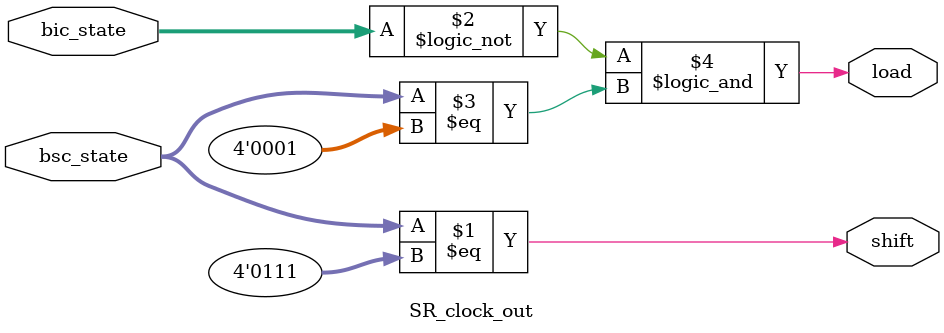
<source format=v>
module SR_clock_out (bsc_state, bic_state, shift, load);
	input[3:0] bsc_state, bic_state;
	output shift;
	output load;
	
	assign shift = (bsc_state == 4'b0111);
	assign load = (bic_state == 4'b0000) && (bsc_state == 4'b0001); 
	
endmodule
</source>
